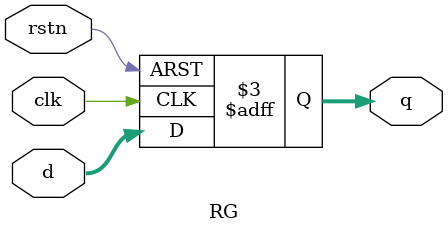
<source format=v>
`timescale 1ns / 1ps

module RG#(
    parameter WIDTH=4
    )(
    input [WIDTH-1:0]d,
    input rstn,
    input clk,
    output reg [WIDTH-1:0] q
    );
    always @(posedge clk,negedge rstn) begin
        if(!rstn)
            q<=0;
        else
            q<=d;
    end
endmodule

</source>
